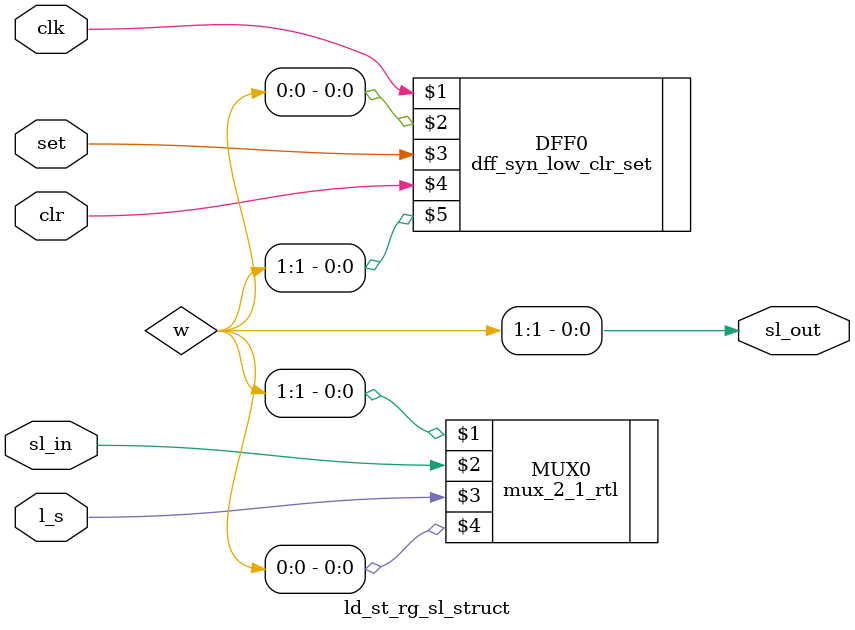
<source format=v>
`timescale 1ns / 1ps
module ld_st_rg_sl_struct(set,clk,clr,sl_in,l_s,sl_out);
	input set,clk,clr,sl_in,l_s;
	output sl_out;
	wire [1:0]w;

	assign sl_out = w[1];
	
	//Format: dff_syn_low_clr_set(clk,d,set,clr,q,q_cmp);
	dff_syn_low_clr_set DFF0 (clk,w[0],set,clr,w[1]); 
	//Format: mux_2_1_rtl(i1, i2, sel, out)
	mux_2_1_rtl	MUX0 (w[1],sl_in,l_s,w[0]);

endmodule

</source>
